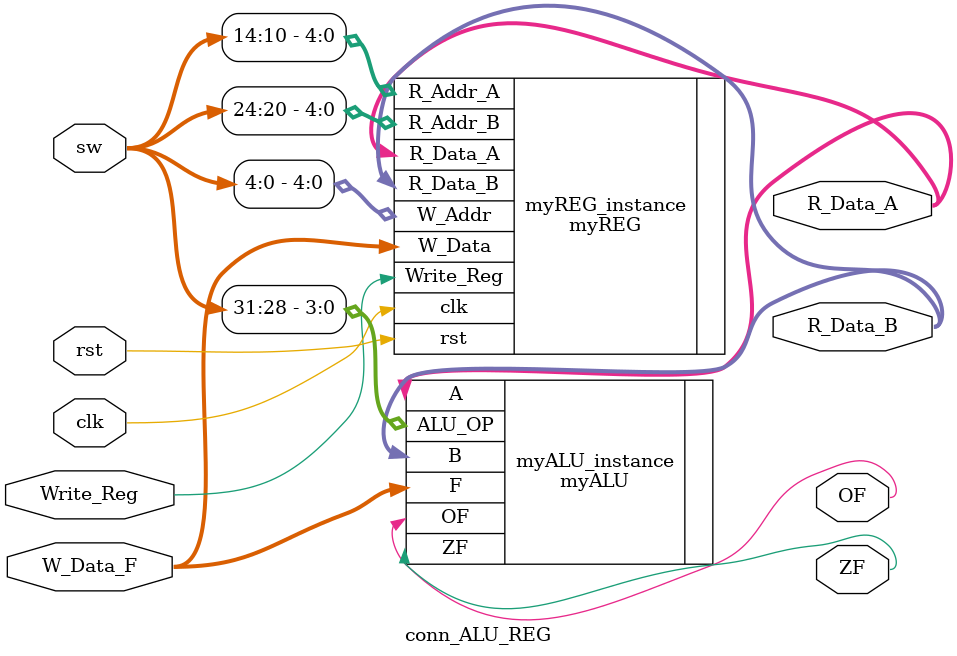
<source format=v>
`timescale 1ns / 1ps


module conn_ALU_REG(
    input [31:0] sw, 
    input Write_Reg,
    input [31:0] W_Data_F,//ºÏÔÚÒ»Æð
    input clk,
    input rst,
    output [31:0] R_Data_A,
    output [31:0] R_Data_B,
    output ZF,
    output OF
    );
    
    myREG myREG_instance(
            .W_Addr(sw[4:0]),
            .Write_Reg(Write_Reg),
            .W_Data(W_Data_F),
            .R_Addr_A(sw[14:10]),
            .R_Addr_B(sw[24:20]),
            .clk(clk),
            .rst(rst),
            .R_Data_A(R_Data_A),
            .R_Data_B(R_Data_B)
            );
            
    myALU myALU_instance(
            .A(R_Data_A),
            .B(R_Data_B),
            .ALU_OP(sw[31:28]),
            .ZF(ZF),
            .OF(OF),
            .F(W_Data_F)
            );
    
    
endmodule

</source>
